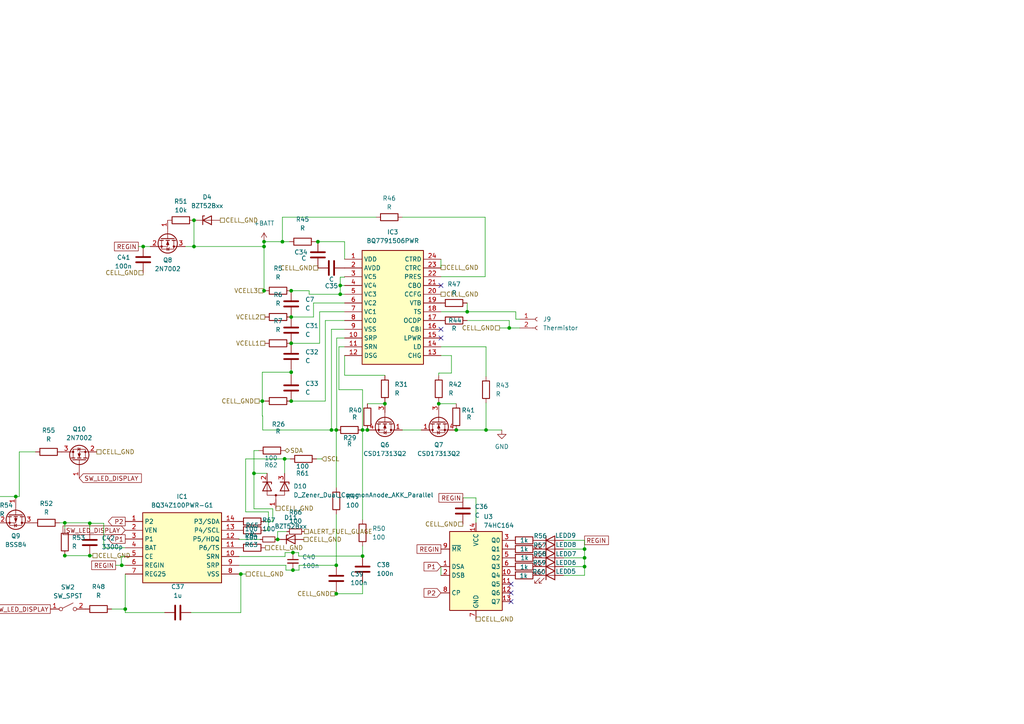
<source format=kicad_sch>
(kicad_sch (version 20230121) (generator eeschema)
  (paper "A4")
  (lib_symbols
    (symbol "74xx:74HC164"
      (property "Reference" "U" (at 1.905 -13.97 0))
      (property "Value" "74HC164" (at 1.905 -16.51 0))
      (symbol "74HC164_0_1"
        (rectangle (start 7.62 10.16) (end -7.62 -12.7) (stroke (width 0.254)) (fill (type background)))
      )
      (symbol "74HC164_1_1"
        (pin input line (at -10.16 0 0) (length 2.54) (name "DSA") (number "1"))
        (pin output line (at 10.16 -2.54 180) (length 2.54) (name "Q4") (number "10"))
        (pin output line (at 10.16 -5.08 180) (length 2.54) (name "Q5") (number "11"))
        (pin output line (at 10.16 -7.62 180) (length 2.54) (name "Q6") (number "12"))
        (pin output line (at 10.16 -10.16 180) (length 2.54) (name "Q7") (number "13"))
        (pin power_in line (at 0 12.7 270) (length 2.54) (name "VCC") (number "14"))
        (pin input line (at -10.16 -2.54 0) (length 2.54) (name "DSB") (number "2"))
        (pin output line (at 10.16 7.62 180) (length 2.54) (name "Q0") (number "3"))
        (pin output line (at 10.16 5.08 180) (length 2.54) (name "Q1") (number "4"))
        (pin output line (at 10.16 2.54 180) (length 2.54) (name "Q2") (number "5"))
        (pin output line (at 10.16 0 180) (length 2.54) (name "Q3") (number "6"))
        (pin power_in line (at 0 -15.24 90) (length 2.54) (name "GND") (number "7"))
        (pin input line (at -10.16 -7.62 0) (length 2.54) (name "CP") (number "8"))
        (pin input line (at -10.16 5.08 0) (length 2.54) (name "~{MR}") (number "9"))
      )
    )
    (symbol "Connector:Conn_01x02_Socket" (pin_names (offset 1.016) hide)
      (property "Reference" "J" (at 0 2.54 0))
      (property "Value" "Conn_01x02_Socket" (at 0 -5.08 0))
      (symbol "Conn_01x02_Socket_1_1"
        (arc (start 0 -2.032) (mid -0.5058 -2.54) (end 0 -3.048) (stroke (width 0.1524)))
        (polyline (pts (xy -1.27 -2.54) (xy -0.508 -2.54)) (stroke (width 0.1524)))
        (polyline (pts (xy -1.27 0) (xy -0.508 0)) (stroke (width 0.1524)))
        (arc (start 0 0.508) (mid -0.5058 0) (end 0 -0.508) (stroke (width 0.1524)))
        (pin passive line (at -5.08 0 0) (length 3.81) (name "Pin_1") (number "1"))
        (pin passive line (at -5.08 -2.54 0) (length 3.81) (name "Pin_2") (number "2"))
      )
    )
    (symbol "Device:C" (pin_numbers hide) (pin_names (offset 0.254))
      (property "Reference" "C" (at 0.635 2.54 0))
      (property "Value" "C" (at 0.635 -2.54 0))
      (symbol "C_0_1"
        (polyline (pts (xy -2.032 -0.762) (xy 2.032 -0.762)) (stroke (width 0.508)))
        (polyline (pts (xy -2.032 0.762) (xy 2.032 0.762)) (stroke (width 0.508)))
      )
      (symbol "C_1_1"
        (pin passive line (at 0 3.81 270) (length 2.794) (name "~") (number "1"))
        (pin passive line (at 0 -3.81 90) (length 2.794) (name "~") (number "2"))
      )
    )
    (symbol "Device:C_Small" (pin_numbers hide) (pin_names (offset 0.254) hide)
      (property "Reference" "C" (at 0.254 1.778 0))
      (property "Value" "C_Small" (at 0.254 -2.032 0))
      (symbol "C_Small_0_1"
        (polyline (pts (xy -1.524 -0.508) (xy 1.524 -0.508)) (stroke (width 0.3302)))
        (polyline (pts (xy -1.524 0.508) (xy 1.524 0.508)) (stroke (width 0.3048)))
      )
      (symbol "C_Small_1_1"
        (pin passive line (at 0 2.54 270) (length 2.032) (name "~") (number "1"))
        (pin passive line (at 0 -2.54 90) (length 2.032) (name "~") (number "2"))
      )
    )
    (symbol "Device:D_Zener_Dual_CommonAnode_AKK_Parallel" (pin_names (offset 0.762) hide)
      (property "Reference" "D" (at 0 5.08 0))
      (property "Value" "D_Zener_Dual_CommonAnode_AKK_Parallel" (at 0 -5.08 0))
      (symbol "D_Zener_Dual_CommonAnode_AKK_Parallel_0_0"
        (polyline (pts (xy 2.032 1.27) (xy 2.54 1.27) (xy 2.54 3.81)) (stroke (width 0.254)))
        (polyline (pts (xy 2.54 -1.27) (xy 2.54 -3.81) (xy 2.032 -3.81)) (stroke (width 0.254)))
      )
      (symbol "D_Zener_Dual_CommonAnode_AKK_Parallel_0_1"
        (circle (center -1.27 0) (radius 0.254) (fill (type outline)))
        (polyline (pts (xy -1.27 0) (xy -2.54 0)))
        (polyline (pts (xy 2.54 2.54) (xy -1.27 2.54) (xy -1.27 -2.54) (xy 2.54 -2.54)))
        (polyline (pts (xy 0 -1.27) (xy 2.54 -2.54) (xy 0 -3.81) (xy 0 -1.27) (xy 0 -1.27) (xy 0 -1.27)) (stroke (width 0.254)))
        (polyline (pts (xy 0 3.81) (xy 2.54 2.54) (xy 0 1.27) (xy 0 3.81) (xy 0 3.81) (xy 0 3.81)) (stroke (width 0.254)))
        (pin passive line (at -5.08 0 0) (length 2.54) (name "A") (number "1"))
        (pin passive line (at 5.08 2.54 180) (length 2.54) (name "K") (number "2"))
        (pin passive line (at 5.08 -2.54 180) (length 2.54) (name "K") (number "3"))
      )
    )
    (symbol "Device:LED" (pin_numbers hide) (pin_names (offset 1.016) hide)
      (property "Reference" "D" (at 0 2.54 0))
      (property "Value" "LED" (at 0 -2.54 0))
      (symbol "LED_0_1"
        (polyline (pts (xy -1.27 -1.27) (xy -1.27 1.27)) (stroke (width 0.254)))
        (polyline (pts (xy -1.27 0) (xy 1.27 0)))
        (polyline (pts (xy 1.27 -1.27) (xy 1.27 1.27) (xy -1.27 0) (xy 1.27 -1.27)) (stroke (width 0.254)))
        (polyline (pts (xy -3.048 -0.762) (xy -4.572 -2.286) (xy -3.81 -2.286) (xy -4.572 -2.286) (xy -4.572 -1.524)))
        (polyline (pts (xy -1.778 -0.762) (xy -3.302 -2.286) (xy -2.54 -2.286) (xy -3.302 -2.286) (xy -3.302 -1.524)))
      )
      (symbol "LED_1_1"
        (pin passive line (at -3.81 0 0) (length 2.54) (name "K") (number "1"))
        (pin passive line (at 3.81 0 180) (length 2.54) (name "A") (number "2"))
      )
    )
    (symbol "Device:R" (pin_numbers hide) (pin_names (offset 0))
      (property "Reference" "R" (at 2.032 0 90))
      (property "Value" "R" (at 0 0 90))
      (symbol "R_0_1"
        (rectangle (start -1.016 -2.54) (end 1.016 2.54) (stroke (width 0.254)))
      )
      (symbol "R_1_1"
        (pin passive line (at 0 3.81 270) (length 1.27) (name "~") (number "1"))
        (pin passive line (at 0 -3.81 90) (length 1.27) (name "~") (number "2"))
      )
    )
    (symbol "Device:R_Small" (pin_numbers hide) (pin_names (offset 0.254) hide)
      (property "Reference" "R" (at 0.762 0.508 0))
      (property "Value" "R_Small" (at 0.762 -1.016 0))
      (symbol "R_Small_0_1"
        (rectangle (start -0.762 1.778) (end 0.762 -1.778) (stroke (width 0.2032)))
      )
      (symbol "R_Small_1_1"
        (pin passive line (at 0 2.54 270) (length 0.762) (name "~") (number "1"))
        (pin passive line (at 0 -2.54 90) (length 0.762) (name "~") (number "2"))
      )
    )
    (symbol "Diode:BZT52Bxx" (pin_numbers hide) (pin_names hide)
      (property "Reference" "D" (at 0 2.54 0))
      (property "Value" "BZT52Bxx" (at 0 -2.54 0))
      (symbol "BZT52Bxx_0_1"
        (polyline (pts (xy 1.27 0) (xy -1.27 0)))
        (polyline (pts (xy -1.27 -1.27) (xy -1.27 1.27) (xy -0.762 1.27)) (stroke (width 0.254)))
        (polyline (pts (xy 1.27 -1.27) (xy 1.27 1.27) (xy -1.27 0) (xy 1.27 -1.27)) (stroke (width 0.254)))
      )
      (symbol "BZT52Bxx_1_1"
        (pin passive line (at -3.81 0 0) (length 2.54) (name "K") (number "1"))
        (pin passive line (at 3.81 0 180) (length 2.54) (name "A") (number "2"))
      )
    )
    (symbol "PowerHub_libs:BQ34Z100PWR-G1"
      (property "Reference" "IC" (at 29.21 7.62 0))
      (property "Value" "BQ34Z100PWR-G1" (at 29.21 5.08 0))
      (symbol "BQ34Z100PWR-G1_1_1"
        (rectangle (start 5.08 2.54) (end 27.94 -17.78) (stroke (width 0.254)) (fill (type background)))
        (pin passive line (at 0 0 0) (length 5.08) (name "P2") (number "1"))
        (pin passive line (at 33.02 -10.16 180) (length 5.08) (name "SRN") (number "10"))
        (pin passive line (at 33.02 -7.62 180) (length 5.08) (name "P6/TS") (number "11"))
        (pin passive line (at 33.02 -5.08 180) (length 5.08) (name "P5/HDQ") (number "12"))
        (pin passive line (at 33.02 -2.54 180) (length 5.08) (name "P4/SCL") (number "13"))
        (pin passive line (at 33.02 0 180) (length 5.08) (name "P3/SDA") (number "14"))
        (pin passive line (at 0 -2.54 0) (length 5.08) (name "VEN") (number "2"))
        (pin passive line (at 0 -5.08 0) (length 5.08) (name "P1") (number "3"))
        (pin passive line (at 0 -7.62 0) (length 5.08) (name "BAT") (number "4"))
        (pin passive line (at 0 -10.16 0) (length 5.08) (name "CE") (number "5"))
        (pin passive line (at 0 -12.7 0) (length 5.08) (name "REGIN") (number "6"))
        (pin passive line (at 0 -15.24 0) (length 5.08) (name "REG25") (number "7"))
        (pin passive line (at 33.02 -15.24 180) (length 5.08) (name "VSS") (number "8"))
        (pin passive line (at 33.02 -12.7 180) (length 5.08) (name "SRP") (number "9"))
      )
    )
    (symbol "PowerHub_libs:BQ7791506PWR"
      (property "Reference" "IC" (at 24.13 7.62 0))
      (property "Value" "BQ7791506PWR" (at 24.13 5.08 0))
      (symbol "BQ7791506PWR_1_1"
        (rectangle (start 5.08 2.54) (end 22.86 -30.48) (stroke (width 0.254)) (fill (type background)))
        (pin passive line (at 0 0 0) (length 5.08) (name "VDD") (number "1"))
        (pin passive line (at 0 -22.86 0) (length 5.08) (name "SRP") (number "10"))
        (pin passive line (at 0 -25.4 0) (length 5.08) (name "SRN") (number "11"))
        (pin passive line (at 0 -27.94 0) (length 5.08) (name "DSG") (number "12"))
        (pin passive line (at 27.94 -27.94 180) (length 5.08) (name "CHG") (number "13"))
        (pin passive line (at 27.94 -25.4 180) (length 5.08) (name "LD") (number "14"))
        (pin passive line (at 27.94 -22.86 180) (length 5.08) (name "LPWR") (number "15"))
        (pin passive line (at 27.94 -20.32 180) (length 5.08) (name "CBI") (number "16"))
        (pin passive line (at 27.94 -17.78 180) (length 5.08) (name "OCDP") (number "17"))
        (pin passive line (at 27.94 -15.24 180) (length 5.08) (name "TS") (number "18"))
        (pin passive line (at 27.94 -12.7 180) (length 5.08) (name "VTB") (number "19"))
        (pin passive line (at 0 -2.54 0) (length 5.08) (name "AVDD") (number "2"))
        (pin passive line (at 27.94 -10.16 180) (length 5.08) (name "CCFG") (number "20"))
        (pin passive line (at 27.94 -7.62 180) (length 5.08) (name "CBO") (number "21"))
        (pin passive line (at 27.94 -5.08 180) (length 5.08) (name "PRES") (number "22"))
        (pin passive line (at 27.94 -2.54 180) (length 5.08) (name "CTRC") (number "23"))
        (pin passive line (at 27.94 0 180) (length 5.08) (name "CTRD") (number "24"))
        (pin passive line (at 0 -5.08 0) (length 5.08) (name "VC5") (number "3"))
        (pin passive line (at 0 -7.62 0) (length 5.08) (name "VC4") (number "4"))
        (pin passive line (at 0 -10.16 0) (length 5.08) (name "VC3") (number "5"))
        (pin passive line (at 0 -12.7 0) (length 5.08) (name "VC2") (number "6"))
        (pin passive line (at 0 -15.24 0) (length 5.08) (name "VC1") (number "7"))
        (pin passive line (at 0 -17.78 0) (length 5.08) (name "VC0") (number "8"))
        (pin passive line (at 0 -20.32 0) (length 5.08) (name "VSS") (number "9"))
      )
    )
    (symbol "Switch:SW_SPST" (pin_names (offset 0) hide)
      (property "Reference" "SW" (at 0 3.175 0))
      (property "Value" "SW_SPST" (at 0 -2.54 0))
      (symbol "SW_SPST_0_0"
        (circle (center -2.032 0) (radius 0.508))
        (polyline (pts (xy -1.524 0.254) (xy 1.524 1.778)))
        (circle (center 2.032 0) (radius 0.508))
      )
      (symbol "SW_SPST_1_1"
        (pin passive line (at -5.08 0 0) (length 2.54) (name "A") (number "1"))
        (pin passive line (at 5.08 0 180) (length 2.54) (name "B") (number "2"))
      )
    )
    (symbol "Transistor_FET:2N7002" (pin_names hide)
      (property "Reference" "Q" (at 5.08 1.905 0))
      (property "Value" "2N7002" (at 5.08 0 0))
      (symbol "2N7002_0_1"
        (polyline (pts (xy 0.254 0) (xy -2.54 0)))
        (polyline (pts (xy 0.254 1.905) (xy 0.254 -1.905)) (stroke (width 0.254)))
        (polyline (pts (xy 0.762 -1.27) (xy 0.762 -2.286)) (stroke (width 0.254)))
        (polyline (pts (xy 0.762 0.508) (xy 0.762 -0.508)) (stroke (width 0.254)))
        (polyline (pts (xy 0.762 2.286) (xy 0.762 1.27)) (stroke (width 0.254)))
        (polyline (pts (xy 2.54 2.54) (xy 2.54 1.778)))
        (polyline (pts (xy 2.54 -2.54) (xy 2.54 0) (xy 0.762 0)))
        (polyline (pts (xy 0.762 -1.778) (xy 3.302 -1.778) (xy 3.302 1.778) (xy 0.762 1.778)))
        (polyline (pts (xy 1.016 0) (xy 2.032 0.381) (xy 2.032 -0.381) (xy 1.016 0)) (fill (type outline)))
        (polyline (pts (xy 2.794 0.508) (xy 2.921 0.381) (xy 3.683 0.381) (xy 3.81 0.254)))
        (polyline (pts (xy 3.302 0.381) (xy 2.921 -0.254) (xy 3.683 -0.254) (xy 3.302 0.381)))
        (circle (center 1.651 0) (radius 2.794) (stroke (width 0.254)))
        (circle (center 2.54 -1.778) (radius 0.254) (fill (type outline)))
        (circle (center 2.54 1.778) (radius 0.254) (fill (type outline)))
      )
      (symbol "2N7002_1_1"
        (pin input line (at -5.08 0 0) (length 2.54) (name "G") (number "1"))
        (pin passive line (at 2.54 -5.08 90) (length 2.54) (name "S") (number "2"))
        (pin passive line (at 2.54 5.08 270) (length 2.54) (name "D") (number "3"))
      )
    )
    (symbol "Transistor_FET:BSS84" (pin_names hide)
      (property "Reference" "Q" (at 5.08 1.905 0))
      (property "Value" "BSS84" (at 5.08 0 0))
      (symbol "BSS84_0_1"
        (polyline (pts (xy 0.254 0) (xy -2.54 0)))
        (polyline (pts (xy 0.254 1.905) (xy 0.254 -1.905)) (stroke (width 0.254)))
        (polyline (pts (xy 0.762 -1.27) (xy 0.762 -2.286)) (stroke (width 0.254)))
        (polyline (pts (xy 0.762 0.508) (xy 0.762 -0.508)) (stroke (width 0.254)))
        (polyline (pts (xy 0.762 2.286) (xy 0.762 1.27)) (stroke (width 0.254)))
        (polyline (pts (xy 2.54 2.54) (xy 2.54 1.778)))
        (polyline (pts (xy 2.54 -2.54) (xy 2.54 0) (xy 0.762 0)))
        (polyline (pts (xy 0.762 1.778) (xy 3.302 1.778) (xy 3.302 -1.778) (xy 0.762 -1.778)))
        (polyline (pts (xy 2.286 0) (xy 1.27 0.381) (xy 1.27 -0.381) (xy 2.286 0)) (fill (type outline)))
        (polyline (pts (xy 2.794 -0.508) (xy 2.921 -0.381) (xy 3.683 -0.381) (xy 3.81 -0.254)))
        (polyline (pts (xy 3.302 -0.381) (xy 2.921 0.254) (xy 3.683 0.254) (xy 3.302 -0.381)))
        (circle (center 1.651 0) (radius 2.794) (stroke (width 0.254)))
        (circle (center 2.54 -1.778) (radius 0.254) (fill (type outline)))
        (circle (center 2.54 1.778) (radius 0.254) (fill (type outline)))
      )
      (symbol "BSS84_1_1"
        (pin input line (at -5.08 0 0) (length 2.54) (name "G") (number "1"))
        (pin passive line (at 2.54 -5.08 90) (length 2.54) (name "S") (number "2"))
        (pin passive line (at 2.54 5.08 270) (length 2.54) (name "D") (number "3"))
      )
    )
    (symbol "Transistor_FET:CSD17313Q2" (pin_names hide)
      (property "Reference" "Q" (at 5.08 1.905 0))
      (property "Value" "CSD17313Q2" (at 5.08 0 0))
      (symbol "CSD17313Q2_0_1"
        (polyline (pts (xy 0.254 0) (xy -2.54 0)))
        (polyline (pts (xy 0.254 1.905) (xy 0.254 -1.905)) (stroke (width 0.254)))
        (polyline (pts (xy 0.762 -1.27) (xy 0.762 -2.286)) (stroke (width 0.254)))
        (polyline (pts (xy 0.762 0.508) (xy 0.762 -0.508)) (stroke (width 0.254)))
        (polyline (pts (xy 0.762 2.286) (xy 0.762 1.27)) (stroke (width 0.254)))
        (polyline (pts (xy 2.54 2.54) (xy 2.54 1.778)))
        (polyline (pts (xy 2.54 -2.54) (xy 2.54 0) (xy 0.762 0)))
        (polyline (pts (xy 0.762 -1.778) (xy 3.302 -1.778) (xy 3.302 1.778) (xy 0.762 1.778)))
        (polyline (pts (xy 1.016 0) (xy 2.032 0.381) (xy 2.032 -0.381) (xy 1.016 0)) (fill (type outline)))
        (polyline (pts (xy 2.794 0.508) (xy 2.921 0.381) (xy 3.683 0.381) (xy 3.81 0.254)))
        (polyline (pts (xy 3.302 0.381) (xy 2.921 -0.254) (xy 3.683 -0.254) (xy 3.302 0.381)))
        (circle (center 1.651 0) (radius 2.794) (stroke (width 0.254)))
        (circle (center 2.54 -1.778) (radius 0.254) (fill (type outline)))
        (circle (center 2.54 1.778) (radius 0.254) (fill (type outline)))
      )
      (symbol "CSD17313Q2_1_1"
        (pin passive line (at 2.54 5.08 270) (length 2.54) (name "D") (number "1"))
        (pin passive line (at 2.54 5.08 270) (length 2.54) hide (name "D") (number "2"))
        (pin passive line (at -5.08 0 0) (length 2.54) (name "G") (number "3"))
        (pin passive line (at 2.54 -5.08 90) (length 2.54) (name "S") (number "4"))
        (pin passive line (at 2.54 5.08 270) (length 2.54) hide (name "D") (number "5"))
        (pin passive line (at 2.54 5.08 270) (length 2.54) hide (name "D") (number "6"))
        (pin passive line (at 2.54 -5.08 90) (length 2.54) hide (name "S") (number "7"))
        (pin passive line (at 2.54 5.08 270) (length 2.54) hide (name "D") (number "8"))
      )
    )
    (symbol "power:+BATT" (power) (pin_names (offset 0))
      (property "Value" "+BATT" (at 0 3.556 0))
      (symbol "+BATT_0_1"
        (polyline (pts (xy -0.762 1.27) (xy 0 2.54)))
        (polyline (pts (xy 0 0) (xy 0 2.54)))
        (polyline (pts (xy 0 2.54) (xy 0.762 1.27)))
      )
      (symbol "+BATT_1_1"
        (pin power_in line (at 0 0 90) (length 0) hide (name "+BATT") (number "1"))
      )
    )
    (symbol "power:GND" (power) (pin_names (offset 0))
      (property "Value" "GND" (at 0 -3.81 0))
      (symbol "GND_0_1"
        (polyline (pts (xy 0 0) (xy 0 -1.27) (xy 1.27 -1.27) (xy 0 -2.54) (xy -1.27 -1.27) (xy 0 -1.27)))
      )
      (symbol "GND_1_1"
        (pin power_in line (at 0 0 270) (length 0) hide (name "GND") (number "1"))
      )
    )
  )
  (junction (at 84.455 99.568))
  (junction (at 84.963 165.354))
  (junction (at 26.035 151.765))
  (junction (at 106.553 124.714))
  (junction (at 76.581 71.501))
  (junction (at 82.55 133.096))
  (junction (at 84.455 116.332))
  (junction (at 84.455 107.95))
  (junction (at 81.915 70.104))
  (junction (at 169.545 164.338))
  (junction (at 132.334 124.714))
  (junction (at 92.202 70.104))
  (junction (at 41.529 71.501))
  (junction (at 105.156 124.714))
  (junction (at 98.679 85.344))
  (junction (at 56.261 71.501))
  (junction (at 97.536 124.714))
  (junction (at 97.536 172.212))
  (junction (at 76.581 84.328))
  (junction (at 26.035 161.163))
  (junction (at 84.455 84.328))
  (junction (at 135.509 90.424))
  (junction (at 169.545 161.798))
  (junction (at 105.156 161.29))
  (junction (at 169.545 159.258))
  (junction (at 84.455 91.948))
  (junction (at 84.963 160.274))
  (junction (at 18.796 161.163))
  (junction (at 4.572 144.018))
  (junction (at 18.796 151.638))
  (junction (at 111.633 117.094))
  (junction (at 76.581 70.104))
  (junction (at -2.159 151.638))
  (junction (at 80.518 156.464))
  (junction (at 98.679 82.804))
  (junction (at 97.536 163.957))
  (junction (at 96.139 124.714))
  (junction (at 35.306 163.957))
  (junction (at 147.701 95.123))
  (junction (at 140.97 124.714))
  (junction (at 36.322 176.657))
  (junction (at 127.254 117.094))
  (junction (at 56.261 63.881))
  (junction (at 69.85 166.497))
  (junction (at 73.66 137.287))
  (junction (at 76.073 116.332))
  (no_connect (at 148.209 169.418))
  (no_connect (at 127.889 95.504))
  (no_connect (at 148.209 171.958))
  (no_connect (at 148.209 174.498))
  (no_connect (at 127.889 98.044))
  (no_connect (at 127.889 82.804))
  (wire (pts (xy 99.949 92.964) (xy 94.361 92.964)))
  (wire (pts (xy 82.677 161.417) (xy 69.342 161.417)))
  (wire (pts (xy 99.949 103.124) (xy 99.949 108.839)))
  (wire (pts (xy 82.677 160.274) (xy 82.677 161.417)))
  (wire (pts (xy 138.049 151.638) (xy 138.049 144.399)))
  (wire (pts (xy 92.202 70.104) (xy 99.949 70.104)))
  (wire (pts (xy 147.701 92.964) (xy 147.701 95.123)))
  (wire (pts (xy 98.298 100.584) (xy 99.949 100.584)))
  (wire (pts (xy 26.035 151.638) (xy 18.796 151.638)))
  (wire (pts (xy 18.796 151.638) (xy 17.272 151.638)))
  (wire (pts (xy 96.139 124.714) (xy 76.2 124.714)))
  (wire (pts (xy 80.518 154.178) (xy 80.518 156.464)))
  (wire (pts (xy 127.254 108.204) (xy 130.937 108.204)))
  (wire (pts (xy 149.606 92.583) (xy 149.606 90.424)))
  (wire (pts (xy 76.327 84.328) (xy 76.581 84.328)))
  (wire (pts (xy 35.306 163.83) (xy 35.306 163.957)))
  (wire (pts (xy 36.322 176.657) (xy 32.385 176.657)))
  (wire (pts (xy 35.179 163.83) (xy 35.306 163.83)))
  (wire (pts (xy 5.588 131.064) (xy 5.588 144.018)))
  (wire (pts (xy 83.185 154.178) (xy 80.518 154.178)))
  (wire (pts (xy 36.322 166.497) (xy 36.322 176.657)))
  (wire (pts (xy 94.361 116.332) (xy 84.455 116.332)))
  (wire (pts (xy 132.334 124.714) (xy 140.97 124.714)))
  (wire (pts (xy 99.949 87.884) (xy 90.932 87.884)))
  (wire (pts (xy 56.261 71.501) (xy 76.581 71.501)))
  (wire (pts (xy 169.545 161.798) (xy 169.545 159.258)))
  (wire (pts (xy 35.306 163.957) (xy 36.322 163.957)))
  (wire (pts (xy 86.741 163.957) (xy 97.536 163.957)))
  (wire (pts (xy 97.663 98.044) (xy 99.949 98.044)))
  (wire (pts (xy 140.97 109.22) (xy 140.97 100.584)))
  (wire (pts (xy 41.529 71.501) (xy 43.561 71.501)))
  (wire (pts (xy 33.528 163.957) (xy 35.306 163.957)))
  (wire (pts (xy 97.536 141.478) (xy 97.536 124.714)))
  (wire (pts (xy 82.677 160.274) (xy 84.963 160.274)))
  (wire (pts (xy 89.662 85.344) (xy 98.679 85.344)))
  (wire (pts (xy 140.97 116.84) (xy 140.97 124.714)))
  (wire (pts (xy 96.139 95.504) (xy 99.949 95.504)))
  (wire (pts (xy 36.322 176.657) (xy 36.322 177.673)))
  (wire (pts (xy 30.099 158.877) (xy 30.099 151.765)))
  (wire (pts (xy 75.057 130.683) (xy 73.66 130.683)))
  (wire (pts (xy 69.342 156.464) (xy 69.342 156.337)))
  (wire (pts (xy 135.509 92.964) (xy 147.701 92.964)))
  (wire (pts (xy 84.455 107.95) (xy 84.455 108.712)))
  (wire (pts (xy 86.741 165.354) (xy 86.741 163.957)))
  (wire (pts (xy 76.2 120.65) (xy 76.073 120.65)))
  (wire (pts (xy 105.156 113.03) (xy 105.156 124.714)))
  (wire (pts (xy 99.949 85.344) (xy 98.679 85.344)))
  (wire (pts (xy 135.509 90.424) (xy 135.509 87.884)))
  (wire (pts (xy 163.449 164.338) (xy 169.545 164.338)))
  (wire (pts (xy 86.614 161.29) (xy 105.156 161.29)))
  (wire (pts (xy 98.298 113.03) (xy 105.156 113.03)))
  (wire (pts (xy 26.035 161.163) (xy 18.796 161.163)))
  (wire (pts (xy 82.931 163.957) (xy 82.931 165.354)))
  (wire (pts (xy 18.669 161.163) (xy 18.796 161.163)))
  (wire (pts (xy 76.581 71.501) (xy 76.581 84.328)))
  (wire (pts (xy -9.144 151.638) (xy -2.159 151.638)))
  (wire (pts (xy 69.342 156.464) (xy 75.438 156.464)))
  (wire (pts (xy 92.71 90.424) (xy 92.71 99.568)))
  (wire (pts (xy 163.449 161.798) (xy 169.545 161.798)))
  (wire (pts (xy 99.949 90.424) (xy 92.71 90.424)))
  (wire (pts (xy 127.889 75.184) (xy 127.889 77.724)))
  (wire (pts (xy 127.254 108.966) (xy 127.254 108.204)))
  (wire (pts (xy 147.701 95.123) (xy 150.749 95.123)))
  (wire (pts (xy 122.174 124.714) (xy 116.713 124.714)))
  (wire (pts (xy 36.322 158.877) (xy 30.099 158.877)))
  (wire (pts (xy 84.963 160.274) (xy 86.614 160.274)))
  (wire (pts (xy 84.455 84.328) (xy 89.662 84.328)))
  (wire (pts (xy 149.606 90.424) (xy 135.509 90.424)))
  (wire (pts (xy 91.567 70.104) (xy 92.202 70.104)))
  (wire (pts (xy 98.679 82.804) (xy 98.679 85.344)))
  (wire (pts (xy 127.254 116.586) (xy 127.254 117.094)))
  (wire (pts (xy 82.931 163.957) (xy 69.342 163.957)))
  (wire (pts (xy 76.2 124.714) (xy 76.2 120.65)))
  (wire (pts (xy 111.633 116.586) (xy 111.633 117.094)))
  (wire (pts (xy 150.749 92.583) (xy 149.606 92.583)))
  (wire (pts (xy 169.545 164.338) (xy 169.545 161.798)))
  (wire (pts (xy 73.66 137.287) (xy 77.47 137.287)))
  (wire (pts (xy 76.073 107.95) (xy 76.073 116.332)))
  (wire (pts (xy 140.716 80.264) (xy 140.716 62.992)))
  (wire (pts (xy 73.66 130.683) (xy 73.66 137.287)))
  (wire (pts (xy 99.949 80.264) (xy 99.949 80.391)))
  (wire (pts (xy 105.156 172.212) (xy 97.536 172.212)))
  (wire (pts (xy 36.322 161.417) (xy 35.179 161.417)))
  (wire (pts (xy 30.099 151.765) (xy 26.035 151.765)))
  (wire (pts (xy 163.449 166.878) (xy 169.545 166.878)))
  (wire (pts (xy 106.553 117.094) (xy 111.633 117.094)))
  (wire (pts (xy 5.588 144.018) (xy 4.572 144.018)))
  (wire (pts (xy 77.851 153.797) (xy 76.962 153.797)))
  (wire (pts (xy 47.752 177.673) (xy 36.322 177.673)))
  (wire (pts (xy 55.372 177.673) (xy 69.85 177.673)))
  (wire (pts (xy 18.796 153.416) (xy 18.796 151.638)))
  (wire (pts (xy 97.536 163.957) (xy 97.536 149.098)))
  (wire (pts (xy 106.553 124.714) (xy 105.156 124.714)))
  (wire (pts (xy 82.55 133.096) (xy 71.247 133.096)))
  (wire (pts (xy 127.889 80.264) (xy 140.716 80.264)))
  (wire (pts (xy 169.545 166.878) (xy 169.545 164.338)))
  (wire (pts (xy 138.049 144.399) (xy 134.239 144.399)))
  (wire (pts (xy 91.821 133.096) (xy 93.345 133.096)))
  (wire (pts (xy 76.581 70.104) (xy 76.581 71.501)))
  (wire (pts (xy 89.662 85.344) (xy 89.662 84.328)))
  (wire (pts (xy 79.121 147.574) (xy 73.66 147.574)))
  (wire (pts (xy 163.449 156.718) (xy 169.545 156.718)))
  (wire (pts (xy 73.66 147.574) (xy 73.66 137.287)))
  (wire (pts (xy 84.963 165.354) (xy 86.741 165.354)))
  (wire (pts (xy 84.455 107.188) (xy 84.455 107.95)))
  (wire (pts (xy 82.931 165.354) (xy 84.963 165.354)))
  (wire (pts (xy 96.139 95.504) (xy 96.139 124.714)))
  (wire (pts (xy 76.073 120.65) (xy 76.073 116.332)))
  (wire (pts (xy 96.139 124.714) (xy 97.536 124.714)))
  (wire (pts (xy 40.132 71.501) (xy 41.529 71.501)))
  (wire (pts (xy 26.035 151.638) (xy 26.035 151.765)))
  (wire (pts (xy 69.85 166.497) (xy 71.374 166.497)))
  (wire (pts (xy 69.342 166.497) (xy 69.85 166.497)))
  (wire (pts (xy 53.721 71.501) (xy 56.261 71.501)))
  (wire (pts (xy 111.633 108.839) (xy 111.633 108.966)))
  (wire (pts (xy 92.202 77.724) (xy 92.329 77.724)))
  (wire (pts (xy 92.71 99.568) (xy 84.455 99.568)))
  (wire (pts (xy -2.159 144.018) (xy 4.572 144.018)))
  (wire (pts (xy 99.949 82.804) (xy 98.679 82.804)))
  (wire (pts (xy 76.073 116.332) (xy 76.835 116.332)))
  (wire (pts (xy 97.536 172.212) (xy 97.536 171.577)))
  (wire (pts (xy 81.915 62.992) (xy 81.915 70.104)))
  (wire (pts (xy 76.962 151.257) (xy 79.121 151.257)))
  (wire (pts (xy 97.663 98.044) (xy 97.663 124.714)))
  (wire (pts (xy 105.156 161.29) (xy 105.156 158.369)))
  (wire (pts (xy 90.932 87.884) (xy 90.932 91.948)))
  (wire (pts (xy 56.261 63.881) (xy 56.261 71.501)))
  (wire (pts (xy 105.156 168.91) (xy 105.156 172.212)))
  (wire (pts (xy 71.247 133.096) (xy 71.247 148.463)))
  (wire (pts (xy 132.334 117.094) (xy 127.254 117.094)))
  (wire (pts (xy 97.536 124.714) (xy 97.663 124.714)))
  (wire (pts (xy 127.889 90.424) (xy 135.509 90.424)))
  (wire (pts (xy 105.156 150.749) (xy 105.156 124.714)))
  (wire (pts (xy 75.184 116.332) (xy 76.073 116.332)))
  (wire (pts (xy 99.949 75.184) (xy 99.949 70.104)))
  (wire (pts (xy 144.907 95.123) (xy 147.701 95.123)))
  (wire (pts (xy 26.035 151.765) (xy 26.035 153.543)))
  (wire (pts (xy 98.298 100.584) (xy 98.298 113.03)))
  (wire (pts (xy 130.937 103.124) (xy 127.889 103.124)))
  (wire (pts (xy 35.179 161.417) (xy 35.179 163.83)))
  (wire (pts (xy 97.155 172.212) (xy 97.536 172.212)))
  (wire (pts (xy 76.581 84.328) (xy 76.835 84.328)))
  (wire (pts (xy 99.949 80.391) (xy 98.679 80.391)))
  (wire (pts (xy 169.545 159.258) (xy 163.449 159.258)))
  (wire (pts (xy 71.247 148.463) (xy 77.851 148.463)))
  (wire (pts (xy 79.121 151.257) (xy 79.121 147.574)))
  (wire (pts (xy 18.796 161.163) (xy 18.796 161.036)))
  (wire (pts (xy 76.581 70.104) (xy 81.915 70.104)))
  (wire (pts (xy 81.915 70.104) (xy 83.947 70.104)))
  (wire (pts (xy 10.287 131.064) (xy 5.588 131.064)))
  (wire (pts (xy 90.932 91.948) (xy 84.455 91.948)))
  (wire (pts (xy 77.851 148.463) (xy 77.851 153.797)))
  (wire (pts (xy 140.97 100.584) (xy 127.889 100.584)))
  (wire (pts (xy 82.55 133.096) (xy 84.201 133.096)))
  (wire (pts (xy 94.361 92.964) (xy 94.361 116.332)))
  (wire (pts (xy 109.093 62.992) (xy 81.915 62.992)))
  (wire (pts (xy 86.614 160.274) (xy 86.614 161.29)))
  (wire (pts (xy 84.455 107.95) (xy 76.073 107.95)))
  (wire (pts (xy 98.679 80.391) (xy 98.679 82.804)))
  (wire (pts (xy 130.937 108.204) (xy 130.937 103.124)))
  (wire (pts (xy 26.924 161.163) (xy 26.035 161.163)))
  (wire (pts (xy 116.713 62.992) (xy 140.716 62.992)))
  (wire (pts (xy 99.949 108.839) (xy 111.633 108.839)))
  (wire (pts (xy -2.159 151.638) (xy -0.508 151.638)))
  (wire (pts (xy 140.97 124.714) (xy 145.542 124.714)))
  (wire (pts (xy 127.889 164.338) (xy 127.889 166.878)))
  (wire (pts (xy 169.545 156.718) (xy 169.545 159.258)))
  (wire (pts (xy 69.85 177.673) (xy 69.85 166.497)))
  (wire (pts (xy 82.55 137.287) (xy 82.55 133.096)))
  (global_label "P1" (shape output) (at 36.322 156.337 180) (property "Intersheetrefs" "${INTERSHEET_REFS}" (effects hide)))
  (global_label "REGIN" (shape passive) (at 169.545 156.718 0) (property "Intersheetrefs" "${INTERSHEET_REFS}" (effects hide)))
  (global_label "SW_LED_DISPLAY" (shape input) (at 22.987 138.684 0) (property "Intersheetrefs" "${INTERSHEET_REFS}" (effects hide)))
  (global_label "REGIN" (shape passive) (at 40.132 71.501 180) (property "Intersheetrefs" "${INTERSHEET_REFS}" (effects hide)))
  (global_label "SW_LED_DISPLAY" (shape input) (at 36.322 153.797 180) (property "Intersheetrefs" "${INTERSHEET_REFS}" (effects hide)))
  (global_label "REGIN" (shape passive) (at 134.239 144.399 180) (property "Intersheetrefs" "${INTERSHEET_REFS}" (effects hide)))
  (global_label "SW_LED_DISPLAY" (shape output) (at 14.605 176.657 180) (property "Intersheetrefs" "${INTERSHEET_REFS}" (effects hide)))
  (global_label "P2" (shape input) (at 127.889 171.958 180) (property "Intersheetrefs" "${INTERSHEET_REFS}" (effects hide)))
  (global_label "P2" (shape output) (at 36.322 151.257 180) (property "Intersheetrefs" "${INTERSHEET_REFS}" (effects hide)))
  (global_label "REGIN" (shape passive) (at 127.889 159.258 180) (property "Intersheetrefs" "${INTERSHEET_REFS}" (effects hide)))
  (global_label "P1" (shape input) (at 127.889 164.338 180) (property "Intersheetrefs" "${INTERSHEET_REFS}" (effects hide)))
  (global_label "REGIN" (shape passive) (at 33.528 163.957 180) (property "Intersheetrefs" "${INTERSHEET_REFS}" (effects hide)))
  (hierarchical_label "CELL_GND" (shape passive) (at 127.889 77.597 0))
  (hierarchical_label "CELL_GND" (shape passive) (at 127.889 85.344 0))
  (hierarchical_label "CELL_GND" (shape passive) (at 92.202 77.724 180))
  (hierarchical_label "ALERT_FUEL_GUAGE" (shape passive) (at 88.265 154.178 0))
  (hierarchical_label "CELL_GND" (shape passive) (at 71.374 166.497 0))
  (hierarchical_label "CELL_GND" (shape passive) (at 76.962 158.877 0))
  (hierarchical_label "CELL_GND" (shape passive) (at 97.155 172.212 180))
  (hierarchical_label "VCELL2" (shape passive) (at 76.835 91.948 180))
  (hierarchical_label "CELL_GND" (shape passive) (at 41.529 79.121 180))
  (hierarchical_label "CELL_GND" (shape passive) (at 88.138 156.464 0))
  (hierarchical_label "CELL_GND" (shape passive) (at 80.01 147.447 0))
  (hierarchical_label "CELL_GND" (shape passive) (at 28.067 131.064 0))
  (hierarchical_label "CELL_GND" (shape passive) (at 63.881 63.881 0))
  (hierarchical_label "CELL_GND" (shape passive) (at 138.049 179.578 0))
  (hierarchical_label "VCELL1" (shape passive) (at 76.835 99.568 180))
  (hierarchical_label "CELL_GND" (shape passive) (at 75.184 116.332 180))
  (hierarchical_label "SDA" (shape bidirectional) (at 82.677 130.683 0))
  (hierarchical_label "VCELL3" (shape passive) (at 76.327 84.328 180))
  (hierarchical_label "CELL_GND" (shape passive) (at 144.907 95.123 180))
  (hierarchical_label "SCL" (shape input) (at 93.345 133.096 0))
  (hierarchical_label "CELL_GND" (shape passive) (at 26.924 161.163 0))
  (hierarchical_label "CELL_GND" (shape passive) (at 134.239 152.019 180))
  (symbol (lib_id "Device:R") (at -2.159 147.828 180) (unit 1)
    (property "Reference" "R54" (at -0.127 146.558 0) (effects (justify right)))
    (property "Value" "R" (at -0.127 149.098 0) (effects (justify right)))
  )
  (symbol (lib_id "Device:R") (at 80.645 116.332 270) (unit 1)
    (property "Reference" "R26" (at 80.772 123.063 90))
    (property "Value" "R" (at 80.645 125.095 90))
  )
  (symbol (lib_id "Device:R") (at 87.757 70.104 270) (unit 1)
    (property "Reference" "R45" (at 87.757 63.627 90))
    (property "Value" "R" (at 87.757 66.167 90))
  )
  (symbol (lib_id "Device:R") (at 140.97 113.03 180) (unit 1)
    (property "Reference" "R43" (at 143.764 111.76 0) (effects (justify right)))
    (property "Value" "R" (at 143.764 114.3 0) (effects (justify right)))
  )
  (symbol (lib_id "Device:R") (at 131.699 87.884 270) (unit 1)
    (property "Reference" "R47" (at 131.699 82.423 90))
    (property "Value" "R" (at 131.699 84.963 90))
  )
  (symbol (lib_id "Device:C") (at 134.239 148.209 0) (unit 1)
    (property "Reference" "C36" (at 137.668 146.939 0) (effects (justify left)))
    (property "Value" "C" (at 137.668 149.479 0) (effects (justify left)))
  )
  (symbol (lib_id "Device:C") (at 92.202 73.914 0) (unit 1)
    (property "Reference" "C34" (at 85.344 73.152 0) (effects (justify left)))
    (property "Value" "C" (at 87.376 74.93 0) (effects (justify left)))
  )
  (symbol (lib_id "power:GND") (at 145.542 124.714 0) (unit 1)
    (property "Reference" "#PWR015" (effects hide))
    (property "Value" "GND" (at 145.542 129.54 0))
  )
  (symbol (lib_id "Device:LED") (at 159.639 159.258 0) (unit 1)
    (property "Reference" "D8" (at 165.862 157.988 0))
    (property "Value" "LED" (at 162.941 157.988 0))
  )
  (symbol (lib_id "Transistor_FET:BSS84") (at 4.572 149.098 270) (unit 1)
    (property "Reference" "Q9" (at 4.572 155.448 90))
    (property "Value" "BSS84" (at 4.572 157.988 90))
    (property "Footprint" "Package_TO_SOT_SMD:SOT-23" (effects hide))
    (property "Datasheet" "http://assets.nexperia.com/documents/data-sheet/BSS84.pdf" (effects hide))
  )
  (symbol (lib_id "Device:R") (at 152.019 166.878 90) (unit 1)
    (property "Reference" "R60" (at 156.337 165.862 90))
    (property "Value" "1k" (at 151.892 167.005 90))
  )
  (symbol (lib_id "Device:LED") (at 159.639 156.718 0) (unit 1)
    (property "Reference" "D9" (at 165.735 155.321 0))
    (property "Value" "LED" (at 162.814 155.321 0))
  )
  (symbol (lib_id "Transistor_FET:CSD17313Q2") (at 127.254 122.174 90) (mirror x) (unit 1)
    (property "Reference" "Q7" (at 127.254 129.032 90))
    (property "Value" "CSD17313Q2" (at 127.254 131.572 90))
    (property "Footprint" "Package_SON:Texas_DQK" (effects hide))
    (property "Datasheet" "http://www.ti.com/lit/ds/symlink/csd17313q2.pdf" (effects hide))
  )
  (symbol (lib_id "Device:R") (at 97.536 145.288 180) (unit 1)
    (property "Reference" "R49" (at 100.33 144.018 0) (effects (justify right)))
    (property "Value" "100" (at 100.33 146.558 0) (effects (justify right)))
  )
  (symbol (lib_id "Device:R") (at 106.553 120.904 180) (unit 1)
    (property "Reference" "R40" (at 101.092 118.999 0) (effects (justify right)))
    (property "Value" "R" (at 102.108 121.031 0) (effects (justify right)))
  )
  (symbol (lib_id "Device:R") (at 111.633 112.776 180) (unit 1)
    (property "Reference" "R31" (at 114.427 111.506 0) (effects (justify right)))
    (property "Value" "R" (at 114.427 114.046 0) (effects (justify right)))
  )
  (symbol (lib_id "power:+BATT") (at -9.144 151.638 0) (unit 1)
    (property "Reference" "#PWR016" (effects hide))
    (property "Value" "+BATT" (at -9.144 146.304 0))
  )
  (symbol (lib_id "Device:R") (at 73.152 153.797 90) (unit 1)
    (property "Reference" "R63" (at 72.898 157.988 90))
    (property "Value" "100" (at 72.898 155.956 90))
  )
  (symbol (lib_id "Transistor_FET:2N7002") (at 48.641 68.961 270) (unit 1)
    (property "Reference" "Q8" (at 48.641 75.438 90))
    (property "Value" "2N7002" (at 48.641 77.978 90))
    (property "Footprint" "Package_TO_SOT_SMD:SOT-23" (effects hide))
    (property "Datasheet" "https://www.onsemi.com/pub/Collateral/NDS7002A-D.PDF" (effects hide))
  )
  (symbol (lib_id "Device:R") (at 152.019 164.338 90) (unit 1)
    (property "Reference" "R59" (at 156.464 163.195 90))
    (property "Value" "1k" (at 152.019 164.465 90))
  )
  (symbol (lib_id "Device:C") (at 26.035 157.353 0) (unit 1)
    (property "Reference" "C42" (at 29.464 156.083 0) (effects (justify left)))
    (property "Value" "3300p" (at 29.464 158.623 0) (effects (justify left)))
  )
  (symbol (lib_id "Device:C") (at 41.529 75.311 0) (unit 1)
    (property "Reference" "C41" (at 33.909 74.676 0) (effects (justify left)))
    (property "Value" "100n" (at 33.274 77.216 0) (effects (justify left)))
  )
  (symbol (lib_id "Device:R") (at 152.019 156.718 90) (unit 1)
    (property "Reference" "R56" (at 156.718 155.448 90))
    (property "Value" "1k" (at 152.019 156.718 90))
  )
  (symbol (lib_id "Device:R") (at 14.097 131.064 270) (unit 1)
    (property "Reference" "R55" (at 14.097 124.841 90))
    (property "Value" "R" (at 14.097 127.381 90))
  )
  (symbol (lib_id "Connector:Conn_01x02_Socket") (at 155.829 92.583 0) (unit 1)
    (property "Reference" "J9" (at 157.48 92.583 0) (effects (justify left)))
    (property "Value" "Thermistor" (at 157.48 95.123 0) (effects (justify left)))
  )
  (symbol (lib_id "Transistor_FET:2N7002") (at 22.987 133.604 90) (unit 1)
    (property "Reference" "Q10" (at 22.987 124.46 90))
    (property "Value" "2N7002" (at 22.987 127 90))
    (property "Footprint" "Package_TO_SOT_SMD:SOT-23" (effects hide))
    (property "Datasheet" "https://www.onsemi.com/pub/Collateral/NDS7002A-D.PDF" (effects hide))
  )
  (symbol (lib_id "Device:R") (at 105.156 154.559 180) (unit 1)
    (property "Reference" "R50" (at 107.95 153.289 0) (effects (justify right)))
    (property "Value" "100" (at 107.95 155.829 0) (effects (justify right)))
  )
  (symbol (lib_id "Device:C_Small") (at 84.963 162.814 0) (unit 1)
    (property "Reference" "C40" (at 87.63 161.5503 0) (effects (justify left)))
    (property "Value" "100n" (at 87.63 164.0903 0) (effects (justify left)))
  )
  (symbol (lib_id "Device:LED") (at 159.639 164.338 0) (unit 1)
    (property "Reference" "D6" (at 165.862 163.195 0))
    (property "Value" "LED" (at 162.941 163.195 0))
  )
  (symbol (lib_id "Device:LED") (at 159.639 166.878 0) (unit 1)
    (property "Reference" "D5" (at 165.735 165.735 0))
    (property "Value" "LED" (at 162.941 165.735 0))
  )
  (symbol (lib_id "Diode:BZT52Bxx") (at 60.071 63.881 0) (unit 1)
    (property "Reference" "D4" (at 60.071 57.15 0))
    (property "Value" "BZT52Bxx" (at 60.071 59.69 0))
    (property "Footprint" "Diode_SMD:D_SOD-123F" (effects hide))
    (property "Datasheet" "https://diotec.com/tl_files/diotec/files/pdf/datasheets/bzt52b2v4.pdf" (effects hide))
  )
  (symbol (lib_id "Device:C") (at 84.455 95.758 0) (unit 1)
    (property "Reference" "C31" (at 88.519 94.488 0) (effects (justify left)))
    (property "Value" "C" (at 88.519 97.028 0) (effects (justify left)))
  )
  (symbol (lib_id "Device:R") (at 18.796 157.226 180) (unit 1)
    (property "Reference" "R53" (at 20.828 155.956 0) (effects (justify right)))
    (property "Value" "R" (at 20.828 158.496 0) (effects (justify right)))
  )
  (symbol (lib_id "Device:R_Small") (at 77.978 156.464 90) (unit 1)
    (property "Reference" "R67" (at 77.978 150.876 90))
    (property "Value" "100" (at 77.978 153.416 90))
  )
  (symbol (lib_id "Device:R") (at 28.575 176.657 90) (unit 1)
    (property "Reference" "R48" (at 28.575 170.18 90))
    (property "Value" "R" (at 28.575 172.72 90))
  )
  (symbol (lib_id "Device:R") (at 112.903 62.992 270) (unit 1)
    (property "Reference" "R46" (at 112.903 57.531 90))
    (property "Value" "R" (at 112.903 60.071 90))
  )
  (symbol (lib_id "Device:C") (at 105.156 165.1 0) (unit 1)
    (property "Reference" "C38" (at 109.22 163.83 0) (effects (justify left)))
    (property "Value" "100n" (at 109.22 166.37 0) (effects (justify left)))
  )
  (symbol (lib_id "Switch:SW_SPST") (at 19.685 176.657 0) (unit 1)
    (property "Reference" "SW2" (at 19.685 170.307 0))
    (property "Value" "SW_SPST" (at 19.685 172.847 0))
  )
  (symbol (lib_id "Device:R") (at 101.346 124.714 90) (unit 1)
    (property "Reference" "R29" (at 101.473 127 90))
    (property "Value" "R" (at 101.346 128.778 90))
  )
  (symbol (lib_id "Device:R") (at 80.645 91.948 270) (unit 1)
    (property "Reference" "R6" (at 80.645 85.471 90))
    (property "Value" "R" (at 80.645 88.011 90))
  )
  (symbol (lib_id "Device:R") (at 152.019 161.798 90) (unit 1)
    (property "Reference" "R58" (at 156.591 160.655 90))
    (property "Value" "1k" (at 152.146 161.798 90))
  )
  (symbol (lib_id "Device:C") (at 51.562 177.673 90) (unit 1)
    (property "Reference" "C37" (at 51.562 170.18 90))
    (property "Value" "1u" (at 51.562 172.72 90))
  )
  (symbol (lib_id "Device:R") (at 80.645 84.328 270) (unit 1)
    (property "Reference" "R5" (at 80.645 77.851 90))
    (property "Value" "R" (at 80.645 80.391 90))
  )
  (symbol (lib_id "Device:R") (at 132.334 120.904 0) (mirror x) (unit 1)
    (property "Reference" "R41" (at 137.795 118.999 0) (effects (justify right)))
    (property "Value" "R" (at 136.779 121.031 0) (effects (justify right)))
  )
  (symbol (lib_id "PowerHub_libs:BQ7791506PWR") (at 99.949 75.184 0) (unit 1)
    (property "Reference" "IC3" (at 113.919 67.31 0))
    (property "Value" "BQ7791506PWR" (at 113.919 69.85 0))
    (property "Footprint" "SOP65P640X120-24N" (effects hide))
    (property "Datasheet" "https://www.ti.com/lit/ds/symlink/bq77915.pdf?ts=1593289973996&ref_url=https%253A%252F%252Fwww.ti.com%252Fproduct%252FBQ77915" (effects hide))
    (property "Height" "1.2" (effects hide))
    (property "Manufacturer_Name" "Texas Instruments" (effects hide))
    (property "Manufacturer_Part_Number" "BQ7791506PWR" (effects hide))
    (property "Mouser Part Number" "595-BQ7791506PWR" (effects hide))
    (property "Mouser Price/Stock" "https://www.mouser.co.uk/ProductDetail/Texas-Instruments/BQ7791506PWR?qs=GedFDFLaBXGRM0fZiEGV%2Fg%3D%3D" (effects hide))
    (property "Arrow Part Number" "BQ7791506PWR" (effects hide))
    (property "Arrow Price/Stock" "https://www.arrow.com/en/products/bq7791506pwr/texas-instruments?region=nac" (effects hide))
  )
  (symbol (lib_id "Device:R") (at 52.451 63.881 270) (unit 1)
    (property "Reference" "R51" (at 52.451 58.42 90))
    (property "Value" "10k" (at 52.451 60.96 90))
  )
  (symbol (lib_id "Device:C") (at 84.455 88.138 0) (unit 1)
    (property "Reference" "C7" (at 88.519 86.868 0) (effects (justify left)))
    (property "Value" "C" (at 88.519 89.408 0) (effects (justify left)))
  )
  (symbol (lib_id "Device:R") (at 131.699 92.964 270) (unit 1)
    (property "Reference" "R44" (at 131.953 92.964 90))
    (property "Value" "R" (at 131.699 95.25 90))
  )
  (symbol (lib_id "Device:R") (at 152.019 159.258 90) (unit 1)
    (property "Reference" "R57" (at 156.591 158.115 90))
    (property "Value" "1k" (at 152.019 159.258 90))
  )
  (symbol (lib_id "Device:R") (at 13.462 151.638 90) (unit 1)
    (property "Reference" "R52" (at 13.462 146.05 90))
    (property "Value" "R" (at 13.462 148.59 90))
  )
  (symbol (lib_id "Device:D_Zener_Dual_CommonAnode_AKK_Parallel") (at 80.01 142.367 90) (unit 1)
    (property "Reference" "D10" (at 85.09 141.0335 90) (effects (justify right)))
    (property "Value" "D_Zener_Dual_CommonAnode_AKK_Parallel" (at 85.09 143.5735 90) (effects (justify right)))
  )
  (symbol (lib_id "PowerHub_libs:BQ34Z100PWR-G1") (at 36.322 151.257 0) (unit 1)
    (property "Reference" "IC1" (at 52.832 144.018 0))
    (property "Value" "BQ34Z100PWR-G1" (at 52.832 146.558 0))
    (property "Footprint" "SOP65P640X120-14N" (effects hide))
    (property "Datasheet" "http://www.ti.com/lit/ds/symlink/bq34z100-g1.pdf" (effects hide))
    (property "Height" "1.2" (effects hide))
    (property "Manufacturer_Name" "Texas Instruments" (effects hide))
    (property "Manufacturer_Part_Number" "BQ34Z100PWR-G1" (effects hide))
    (property "Mouser Part Number" "595-BQ34Z100PWR-G1" (effects hide))
    (property "Mouser Price/Stock" "https://www.mouser.co.uk/ProductDetail/Texas-Instruments/BQ34Z100PWR-G1?qs=igE0IiKpbrGE%2FNmDcdE48w%3D%3D" (effects hide))
    (property "Arrow Part Number" "BQ34Z100PWR-G1" (effects hide))
    (property "Arrow Price/Stock" "https://www.arrow.com/en/products/bq34z100pwr-g1/texas-instruments?region=nac" (effects hide))
  )
  (symbol (lib_id "Transistor_FET:CSD17313Q2") (at 111.633 122.174 270) (unit 1)
    (property "Reference" "Q6" (at 111.633 129.032 90))
    (property "Value" "CSD17313Q2" (at 111.633 131.572 90))
    (property "Footprint" "Package_SON:Texas_DQK" (effects hide))
    (property "Datasheet" "http://www.ti.com/lit/ds/symlink/csd17313q2.pdf" (effects hide))
  )
  (symbol (lib_id "Diode:BZT52Bxx") (at 84.328 156.464 0) (unit 1)
    (property "Reference" "D11" (at 84.328 150.114 0))
    (property "Value" "BZT52Bxx" (at 84.328 152.654 0))
    (property "Footprint" "Diode_SMD:D_SOD-123F" (effects hide))
    (property "Datasheet" "https://diotec.com/tl_files/diotec/files/pdf/datasheets/bzt52b2v4.pdf" (effects hide))
  )
  (symbol (lib_id "Device:R") (at 88.011 133.096 90) (unit 1)
    (property "Reference" "R61" (at 87.757 137.287 90))
    (property "Value" "100" (at 87.757 135.255 90))
  )
  (symbol (lib_id "Device:C") (at 96.139 77.724 90) (unit 1)
    (property "Reference" "C35" (at 96.139 82.931 90))
    (property "Value" "C" (at 96.139 81.026 90))
  )
  (symbol (lib_id "Device:R_Small") (at 85.725 154.178 90) (unit 1)
    (property "Reference" "R66" (at 85.725 148.59 90))
    (property "Value" "100" (at 85.725 151.13 90))
  )
  (symbol (lib_id "74xx:74HC164") (at 138.049 164.338 0) (unit 1)
    (property "Reference" "U3" (at 140.2431 149.86 0) (effects (justify left)))
    (property "Value" "74HC164" (at 140.2431 152.4 0) (effects (justify left)))
    (property "Datasheet" "https://assets.nexperia.com/documents/data-sheet/74HC_HCT164.pdf" (effects hide))
  )
  (symbol (lib_id "Device:C") (at 84.455 103.378 0) (unit 1)
    (property "Reference" "C32" (at 88.519 102.108 0) (effects (justify left)))
    (property "Value" "C" (at 88.519 104.648 0) (effects (justify left)))
  )
  (symbol (lib_id "Device:R") (at 80.645 99.568 270) (unit 1)
    (property "Reference" "R7" (at 80.645 93.091 90))
    (property "Value" "R" (at 80.645 95.631 90))
  )
  (symbol (lib_id "Device:R") (at 73.152 151.257 90) (unit 1)
    (property "Reference" "R64" (at 72.898 155.448 90))
    (property "Value" "100" (at 72.898 153.416 90))
  )
  (symbol (lib_id "Device:C") (at 84.455 112.522 0) (unit 1)
    (property "Reference" "C33" (at 88.519 111.252 0) (effects (justify left)))
    (property "Value" "C" (at 88.519 113.792 0) (effects (justify left)))
  )
  (symbol (lib_id "power:+BATT") (at 76.581 70.104 0) (unit 1)
    (property "Reference" "#PWR017" (effects hide))
    (property "Value" "+BATT" (at 76.581 64.77 0))
  )
  (symbol (lib_id "Device:R") (at 78.867 130.683 90) (unit 1)
    (property "Reference" "R62" (at 78.613 134.874 90))
    (property "Value" "100" (at 78.613 132.842 90))
  )
  (symbol (lib_id "Device:R") (at 127.254 112.776 180) (unit 1)
    (property "Reference" "R42" (at 130.048 111.506 0) (effects (justify right)))
    (property "Value" "R" (at 130.048 114.046 0) (effects (justify right)))
  )
  (symbol (lib_id "Device:LED") (at 159.639 161.798 0) (unit 1)
    (property "Reference" "D7" (at 165.862 160.655 0))
    (property "Value" "LED" (at 162.941 160.655 0))
  )
  (symbol (lib_id "Device:R") (at 73.152 158.877 90) (unit 1)
    (property "Reference" "R65" (at 73.152 152.4 90))
    (property "Value" "R" (at 73.152 154.94 90))
  )
  (symbol (lib_id "Device:C") (at 97.536 167.767 0) (unit 1)
    (property "Reference" "C39" (at 101.6 166.497 0) (effects (justify left)))
    (property "Value" "100n" (at 101.6 169.037 0) (effects (justify left)))
  )
)
</source>
